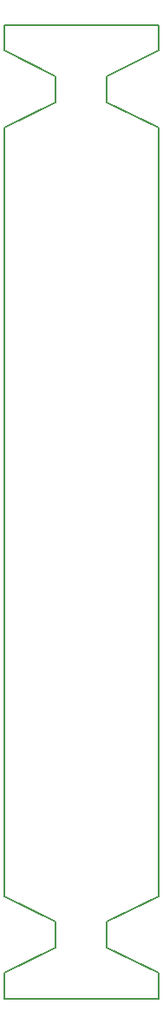
<source format=gbr>
G04 #@! TF.GenerationSoftware,KiCad,Pcbnew,no-vcs-found-7591~57~ubuntu14.04.1*
G04 #@! TF.CreationDate,2017-02-06T18:42:11+02:00*
G04 #@! TF.ProjectId,drawduino,647261776475696E6F2E6B696361645F,rev?*
G04 #@! TF.FileFunction,Profile,NP*
%FSLAX46Y46*%
G04 Gerber Fmt 4.6, Leading zero omitted, Abs format (unit mm)*
G04 Created by KiCad (PCBNEW no-vcs-found-7591~57~ubuntu14.04.1) date Mon Feb  6 18:42:11 2017*
%MOMM*%
%LPD*%
G01*
G04 APERTURE LIST*
%ADD10C,0.100000*%
%ADD11C,0.150000*%
G04 APERTURE END LIST*
D10*
D11*
X135000000Y-140000000D02*
X135000000Y-137500000D01*
X150000000Y-140000000D02*
X150000000Y-137500000D01*
X135000000Y-45000000D02*
X135000000Y-47500000D01*
X150000000Y-45000000D02*
X150000000Y-47500000D01*
X145000000Y-132500000D02*
X150000000Y-130000000D01*
X145000000Y-135000000D02*
X145000000Y-132500000D01*
X150000000Y-137500000D02*
X145000000Y-135000000D01*
X135000000Y-140000000D02*
X150000000Y-140000000D01*
X140000000Y-135000000D02*
X135000000Y-137500000D01*
X140000000Y-132500000D02*
X140000000Y-135000000D01*
X135000000Y-130000000D02*
X140000000Y-132500000D01*
X145000000Y-52500000D02*
X150000000Y-55000000D01*
X145000000Y-50000000D02*
X145000000Y-52500000D01*
X150000000Y-47500000D02*
X145000000Y-50000000D01*
X135000000Y-45000000D02*
X150000000Y-45000000D01*
X140000000Y-50000000D02*
X135000000Y-47500000D01*
X140000000Y-52500000D02*
X140000000Y-50000000D01*
X135000000Y-55000000D02*
X140000000Y-52500000D01*
X135000000Y-130000000D02*
X135000000Y-55000000D01*
X150000000Y-55000000D02*
X150000000Y-130000000D01*
M02*

</source>
